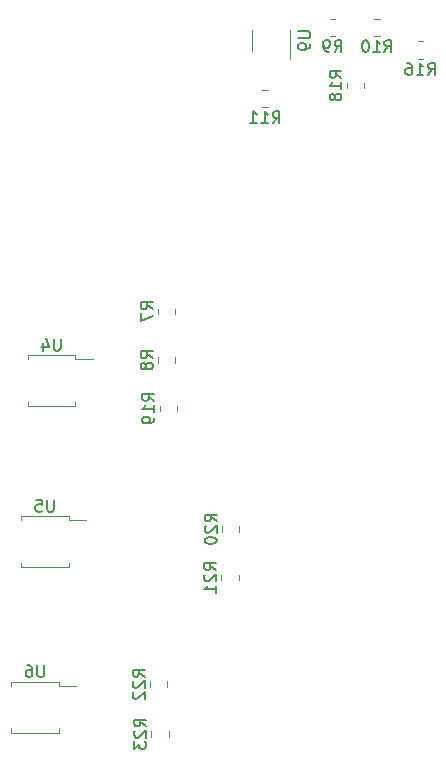
<source format=gbr>
%TF.GenerationSoftware,KiCad,Pcbnew,(6.0.2)*%
%TF.CreationDate,2022-03-20T03:32:58-07:00*%
%TF.ProjectId,ChargerPOC,43686172-6765-4725-904f-432e6b696361,rev?*%
%TF.SameCoordinates,Original*%
%TF.FileFunction,Legend,Bot*%
%TF.FilePolarity,Positive*%
%FSLAX46Y46*%
G04 Gerber Fmt 4.6, Leading zero omitted, Abs format (unit mm)*
G04 Created by KiCad (PCBNEW (6.0.2)) date 2022-03-20 03:32:58*
%MOMM*%
%LPD*%
G01*
G04 APERTURE LIST*
%ADD10C,0.150000*%
%ADD11C,0.120000*%
G04 APERTURE END LIST*
D10*
%TO.C,U9*%
X55489180Y-67868895D02*
X56298704Y-67868895D01*
X56393942Y-67916514D01*
X56441561Y-67964133D01*
X56489180Y-68059371D01*
X56489180Y-68249847D01*
X56441561Y-68345085D01*
X56393942Y-68392704D01*
X56298704Y-68440323D01*
X55489180Y-68440323D01*
X56489180Y-68964133D02*
X56489180Y-69154609D01*
X56441561Y-69249847D01*
X56393942Y-69297466D01*
X56251085Y-69392704D01*
X56060609Y-69440323D01*
X55679657Y-69440323D01*
X55584419Y-69392704D01*
X55536800Y-69345085D01*
X55489180Y-69249847D01*
X55489180Y-69059371D01*
X55536800Y-68964133D01*
X55584419Y-68916514D01*
X55679657Y-68868895D01*
X55917752Y-68868895D01*
X56012990Y-68916514D01*
X56060609Y-68964133D01*
X56108228Y-69059371D01*
X56108228Y-69249847D01*
X56060609Y-69345085D01*
X56012990Y-69392704D01*
X55917752Y-69440323D01*
%TO.C,U4*%
X35356704Y-93886780D02*
X35356704Y-94696304D01*
X35309085Y-94791542D01*
X35261466Y-94839161D01*
X35166228Y-94886780D01*
X34975752Y-94886780D01*
X34880514Y-94839161D01*
X34832895Y-94791542D01*
X34785276Y-94696304D01*
X34785276Y-93886780D01*
X33880514Y-94220114D02*
X33880514Y-94886780D01*
X34118609Y-93839161D02*
X34356704Y-94553447D01*
X33737657Y-94553447D01*
%TO.C,R23*%
X42591980Y-126703342D02*
X42115790Y-126370009D01*
X42591980Y-126131914D02*
X41591980Y-126131914D01*
X41591980Y-126512866D01*
X41639600Y-126608104D01*
X41687219Y-126655723D01*
X41782457Y-126703342D01*
X41925314Y-126703342D01*
X42020552Y-126655723D01*
X42068171Y-126608104D01*
X42115790Y-126512866D01*
X42115790Y-126131914D01*
X41687219Y-127084295D02*
X41639600Y-127131914D01*
X41591980Y-127227152D01*
X41591980Y-127465247D01*
X41639600Y-127560485D01*
X41687219Y-127608104D01*
X41782457Y-127655723D01*
X41877695Y-127655723D01*
X42020552Y-127608104D01*
X42591980Y-127036676D01*
X42591980Y-127655723D01*
X41591980Y-127989057D02*
X41591980Y-128608104D01*
X41972933Y-128274771D01*
X41972933Y-128417628D01*
X42020552Y-128512866D01*
X42068171Y-128560485D01*
X42163409Y-128608104D01*
X42401504Y-128608104D01*
X42496742Y-128560485D01*
X42544361Y-128512866D01*
X42591980Y-128417628D01*
X42591980Y-128131914D01*
X42544361Y-128036676D01*
X42496742Y-127989057D01*
%TO.C,R22*%
X42464980Y-122486942D02*
X41988790Y-122153609D01*
X42464980Y-121915514D02*
X41464980Y-121915514D01*
X41464980Y-122296466D01*
X41512600Y-122391704D01*
X41560219Y-122439323D01*
X41655457Y-122486942D01*
X41798314Y-122486942D01*
X41893552Y-122439323D01*
X41941171Y-122391704D01*
X41988790Y-122296466D01*
X41988790Y-121915514D01*
X41560219Y-122867895D02*
X41512600Y-122915514D01*
X41464980Y-123010752D01*
X41464980Y-123248847D01*
X41512600Y-123344085D01*
X41560219Y-123391704D01*
X41655457Y-123439323D01*
X41750695Y-123439323D01*
X41893552Y-123391704D01*
X42464980Y-122820276D01*
X42464980Y-123439323D01*
X41560219Y-123820276D02*
X41512600Y-123867895D01*
X41464980Y-123963133D01*
X41464980Y-124201228D01*
X41512600Y-124296466D01*
X41560219Y-124344085D01*
X41655457Y-124391704D01*
X41750695Y-124391704D01*
X41893552Y-124344085D01*
X42464980Y-123772657D01*
X42464980Y-124391704D01*
%TO.C,R21*%
X48510180Y-113469942D02*
X48033990Y-113136609D01*
X48510180Y-112898514D02*
X47510180Y-112898514D01*
X47510180Y-113279466D01*
X47557800Y-113374704D01*
X47605419Y-113422323D01*
X47700657Y-113469942D01*
X47843514Y-113469942D01*
X47938752Y-113422323D01*
X47986371Y-113374704D01*
X48033990Y-113279466D01*
X48033990Y-112898514D01*
X47605419Y-113850895D02*
X47557800Y-113898514D01*
X47510180Y-113993752D01*
X47510180Y-114231847D01*
X47557800Y-114327085D01*
X47605419Y-114374704D01*
X47700657Y-114422323D01*
X47795895Y-114422323D01*
X47938752Y-114374704D01*
X48510180Y-113803276D01*
X48510180Y-114422323D01*
X48510180Y-115374704D02*
X48510180Y-114803276D01*
X48510180Y-115088990D02*
X47510180Y-115088990D01*
X47653038Y-114993752D01*
X47748276Y-114898514D01*
X47795895Y-114803276D01*
%TO.C,R20*%
X48560980Y-109348542D02*
X48084790Y-109015209D01*
X48560980Y-108777114D02*
X47560980Y-108777114D01*
X47560980Y-109158066D01*
X47608600Y-109253304D01*
X47656219Y-109300923D01*
X47751457Y-109348542D01*
X47894314Y-109348542D01*
X47989552Y-109300923D01*
X48037171Y-109253304D01*
X48084790Y-109158066D01*
X48084790Y-108777114D01*
X47656219Y-109729495D02*
X47608600Y-109777114D01*
X47560980Y-109872352D01*
X47560980Y-110110447D01*
X47608600Y-110205685D01*
X47656219Y-110253304D01*
X47751457Y-110300923D01*
X47846695Y-110300923D01*
X47989552Y-110253304D01*
X48560980Y-109681876D01*
X48560980Y-110300923D01*
X47560980Y-110919971D02*
X47560980Y-111015209D01*
X47608600Y-111110447D01*
X47656219Y-111158066D01*
X47751457Y-111205685D01*
X47941933Y-111253304D01*
X48180028Y-111253304D01*
X48370504Y-111205685D01*
X48465742Y-111158066D01*
X48513361Y-111110447D01*
X48560980Y-111015209D01*
X48560980Y-110919971D01*
X48513361Y-110824733D01*
X48465742Y-110777114D01*
X48370504Y-110729495D01*
X48180028Y-110681876D01*
X47941933Y-110681876D01*
X47751457Y-110729495D01*
X47656219Y-110777114D01*
X47608600Y-110824733D01*
X47560980Y-110919971D01*
%TO.C,R19*%
X43277780Y-99144342D02*
X42801590Y-98811009D01*
X43277780Y-98572914D02*
X42277780Y-98572914D01*
X42277780Y-98953866D01*
X42325400Y-99049104D01*
X42373019Y-99096723D01*
X42468257Y-99144342D01*
X42611114Y-99144342D01*
X42706352Y-99096723D01*
X42753971Y-99049104D01*
X42801590Y-98953866D01*
X42801590Y-98572914D01*
X43277780Y-100096723D02*
X43277780Y-99525295D01*
X43277780Y-99811009D02*
X42277780Y-99811009D01*
X42420638Y-99715771D01*
X42515876Y-99620533D01*
X42563495Y-99525295D01*
X43277780Y-100572914D02*
X43277780Y-100763390D01*
X43230161Y-100858628D01*
X43182542Y-100906247D01*
X43039685Y-101001485D01*
X42849209Y-101049104D01*
X42468257Y-101049104D01*
X42373019Y-101001485D01*
X42325400Y-100953866D01*
X42277780Y-100858628D01*
X42277780Y-100668152D01*
X42325400Y-100572914D01*
X42373019Y-100525295D01*
X42468257Y-100477676D01*
X42706352Y-100477676D01*
X42801590Y-100525295D01*
X42849209Y-100572914D01*
X42896828Y-100668152D01*
X42896828Y-100858628D01*
X42849209Y-100953866D01*
X42801590Y-101001485D01*
X42706352Y-101049104D01*
%TO.C,R18*%
X59127380Y-71797942D02*
X58651190Y-71464609D01*
X59127380Y-71226514D02*
X58127380Y-71226514D01*
X58127380Y-71607466D01*
X58175000Y-71702704D01*
X58222619Y-71750323D01*
X58317857Y-71797942D01*
X58460714Y-71797942D01*
X58555952Y-71750323D01*
X58603571Y-71702704D01*
X58651190Y-71607466D01*
X58651190Y-71226514D01*
X59127380Y-72750323D02*
X59127380Y-72178895D01*
X59127380Y-72464609D02*
X58127380Y-72464609D01*
X58270238Y-72369371D01*
X58365476Y-72274133D01*
X58413095Y-72178895D01*
X58555952Y-73321752D02*
X58508333Y-73226514D01*
X58460714Y-73178895D01*
X58365476Y-73131276D01*
X58317857Y-73131276D01*
X58222619Y-73178895D01*
X58175000Y-73226514D01*
X58127380Y-73321752D01*
X58127380Y-73512228D01*
X58175000Y-73607466D01*
X58222619Y-73655085D01*
X58317857Y-73702704D01*
X58365476Y-73702704D01*
X58460714Y-73655085D01*
X58508333Y-73607466D01*
X58555952Y-73512228D01*
X58555952Y-73321752D01*
X58603571Y-73226514D01*
X58651190Y-73178895D01*
X58746428Y-73131276D01*
X58936904Y-73131276D01*
X59032142Y-73178895D01*
X59079761Y-73226514D01*
X59127380Y-73321752D01*
X59127380Y-73512228D01*
X59079761Y-73607466D01*
X59032142Y-73655085D01*
X58936904Y-73702704D01*
X58746428Y-73702704D01*
X58651190Y-73655085D01*
X58603571Y-73607466D01*
X58555952Y-73512228D01*
%TO.C,R16*%
X66463657Y-71545980D02*
X66796990Y-71069790D01*
X67035085Y-71545980D02*
X67035085Y-70545980D01*
X66654133Y-70545980D01*
X66558895Y-70593600D01*
X66511276Y-70641219D01*
X66463657Y-70736457D01*
X66463657Y-70879314D01*
X66511276Y-70974552D01*
X66558895Y-71022171D01*
X66654133Y-71069790D01*
X67035085Y-71069790D01*
X65511276Y-71545980D02*
X66082704Y-71545980D01*
X65796990Y-71545980D02*
X65796990Y-70545980D01*
X65892228Y-70688838D01*
X65987466Y-70784076D01*
X66082704Y-70831695D01*
X64654133Y-70545980D02*
X64844609Y-70545980D01*
X64939847Y-70593600D01*
X64987466Y-70641219D01*
X65082704Y-70784076D01*
X65130323Y-70974552D01*
X65130323Y-71355504D01*
X65082704Y-71450742D01*
X65035085Y-71498361D01*
X64939847Y-71545980D01*
X64749371Y-71545980D01*
X64654133Y-71498361D01*
X64606514Y-71450742D01*
X64558895Y-71355504D01*
X64558895Y-71117409D01*
X64606514Y-71022171D01*
X64654133Y-70974552D01*
X64749371Y-70926933D01*
X64939847Y-70926933D01*
X65035085Y-70974552D01*
X65082704Y-71022171D01*
X65130323Y-71117409D01*
%TO.C,R11*%
X53306457Y-75635380D02*
X53639790Y-75159190D01*
X53877885Y-75635380D02*
X53877885Y-74635380D01*
X53496933Y-74635380D01*
X53401695Y-74683000D01*
X53354076Y-74730619D01*
X53306457Y-74825857D01*
X53306457Y-74968714D01*
X53354076Y-75063952D01*
X53401695Y-75111571D01*
X53496933Y-75159190D01*
X53877885Y-75159190D01*
X52354076Y-75635380D02*
X52925504Y-75635380D01*
X52639790Y-75635380D02*
X52639790Y-74635380D01*
X52735028Y-74778238D01*
X52830266Y-74873476D01*
X52925504Y-74921095D01*
X51401695Y-75635380D02*
X51973123Y-75635380D01*
X51687409Y-75635380D02*
X51687409Y-74635380D01*
X51782647Y-74778238D01*
X51877885Y-74873476D01*
X51973123Y-74921095D01*
%TO.C,R10*%
X62780657Y-69615580D02*
X63113990Y-69139390D01*
X63352085Y-69615580D02*
X63352085Y-68615580D01*
X62971133Y-68615580D01*
X62875895Y-68663200D01*
X62828276Y-68710819D01*
X62780657Y-68806057D01*
X62780657Y-68948914D01*
X62828276Y-69044152D01*
X62875895Y-69091771D01*
X62971133Y-69139390D01*
X63352085Y-69139390D01*
X61828276Y-69615580D02*
X62399704Y-69615580D01*
X62113990Y-69615580D02*
X62113990Y-68615580D01*
X62209228Y-68758438D01*
X62304466Y-68853676D01*
X62399704Y-68901295D01*
X61209228Y-68615580D02*
X61113990Y-68615580D01*
X61018752Y-68663200D01*
X60971133Y-68710819D01*
X60923514Y-68806057D01*
X60875895Y-68996533D01*
X60875895Y-69234628D01*
X60923514Y-69425104D01*
X60971133Y-69520342D01*
X61018752Y-69567961D01*
X61113990Y-69615580D01*
X61209228Y-69615580D01*
X61304466Y-69567961D01*
X61352085Y-69520342D01*
X61399704Y-69425104D01*
X61447323Y-69234628D01*
X61447323Y-68996533D01*
X61399704Y-68806057D01*
X61352085Y-68710819D01*
X61304466Y-68663200D01*
X61209228Y-68615580D01*
%TO.C,R9*%
X58551866Y-69615580D02*
X58885200Y-69139390D01*
X59123295Y-69615580D02*
X59123295Y-68615580D01*
X58742342Y-68615580D01*
X58647104Y-68663200D01*
X58599485Y-68710819D01*
X58551866Y-68806057D01*
X58551866Y-68948914D01*
X58599485Y-69044152D01*
X58647104Y-69091771D01*
X58742342Y-69139390D01*
X59123295Y-69139390D01*
X58075676Y-69615580D02*
X57885200Y-69615580D01*
X57789961Y-69567961D01*
X57742342Y-69520342D01*
X57647104Y-69377485D01*
X57599485Y-69187009D01*
X57599485Y-68806057D01*
X57647104Y-68710819D01*
X57694723Y-68663200D01*
X57789961Y-68615580D01*
X57980438Y-68615580D01*
X58075676Y-68663200D01*
X58123295Y-68710819D01*
X58170914Y-68806057D01*
X58170914Y-69044152D01*
X58123295Y-69139390D01*
X58075676Y-69187009D01*
X57980438Y-69234628D01*
X57789961Y-69234628D01*
X57694723Y-69187009D01*
X57647104Y-69139390D01*
X57599485Y-69044152D01*
%TO.C,R8*%
X43150780Y-95531133D02*
X42674590Y-95197800D01*
X43150780Y-94959704D02*
X42150780Y-94959704D01*
X42150780Y-95340657D01*
X42198400Y-95435895D01*
X42246019Y-95483514D01*
X42341257Y-95531133D01*
X42484114Y-95531133D01*
X42579352Y-95483514D01*
X42626971Y-95435895D01*
X42674590Y-95340657D01*
X42674590Y-94959704D01*
X42579352Y-96102561D02*
X42531733Y-96007323D01*
X42484114Y-95959704D01*
X42388876Y-95912085D01*
X42341257Y-95912085D01*
X42246019Y-95959704D01*
X42198400Y-96007323D01*
X42150780Y-96102561D01*
X42150780Y-96293038D01*
X42198400Y-96388276D01*
X42246019Y-96435895D01*
X42341257Y-96483514D01*
X42388876Y-96483514D01*
X42484114Y-96435895D01*
X42531733Y-96388276D01*
X42579352Y-96293038D01*
X42579352Y-96102561D01*
X42626971Y-96007323D01*
X42674590Y-95959704D01*
X42769828Y-95912085D01*
X42960304Y-95912085D01*
X43055542Y-95959704D01*
X43103161Y-96007323D01*
X43150780Y-96102561D01*
X43150780Y-96293038D01*
X43103161Y-96388276D01*
X43055542Y-96435895D01*
X42960304Y-96483514D01*
X42769828Y-96483514D01*
X42674590Y-96435895D01*
X42626971Y-96388276D01*
X42579352Y-96293038D01*
%TO.C,R7*%
X43150780Y-91390933D02*
X42674590Y-91057600D01*
X43150780Y-90819504D02*
X42150780Y-90819504D01*
X42150780Y-91200457D01*
X42198400Y-91295695D01*
X42246019Y-91343314D01*
X42341257Y-91390933D01*
X42484114Y-91390933D01*
X42579352Y-91343314D01*
X42626971Y-91295695D01*
X42674590Y-91200457D01*
X42674590Y-90819504D01*
X42150780Y-91724266D02*
X42150780Y-92390933D01*
X43150780Y-91962361D01*
%TO.C,U6*%
X33959704Y-121521980D02*
X33959704Y-122331504D01*
X33912085Y-122426742D01*
X33864466Y-122474361D01*
X33769228Y-122521980D01*
X33578752Y-122521980D01*
X33483514Y-122474361D01*
X33435895Y-122426742D01*
X33388276Y-122331504D01*
X33388276Y-121521980D01*
X32483514Y-121521980D02*
X32673990Y-121521980D01*
X32769228Y-121569600D01*
X32816847Y-121617219D01*
X32912085Y-121760076D01*
X32959704Y-121950552D01*
X32959704Y-122331504D01*
X32912085Y-122426742D01*
X32864466Y-122474361D01*
X32769228Y-122521980D01*
X32578752Y-122521980D01*
X32483514Y-122474361D01*
X32435895Y-122426742D01*
X32388276Y-122331504D01*
X32388276Y-122093409D01*
X32435895Y-121998171D01*
X32483514Y-121950552D01*
X32578752Y-121902933D01*
X32769228Y-121902933D01*
X32864466Y-121950552D01*
X32912085Y-121998171D01*
X32959704Y-122093409D01*
%TO.C,U5*%
X34797904Y-107526580D02*
X34797904Y-108336104D01*
X34750285Y-108431342D01*
X34702666Y-108478961D01*
X34607428Y-108526580D01*
X34416952Y-108526580D01*
X34321714Y-108478961D01*
X34274095Y-108431342D01*
X34226476Y-108336104D01*
X34226476Y-107526580D01*
X33274095Y-107526580D02*
X33750285Y-107526580D01*
X33797904Y-108002771D01*
X33750285Y-107955152D01*
X33655047Y-107907533D01*
X33416952Y-107907533D01*
X33321714Y-107955152D01*
X33274095Y-108002771D01*
X33226476Y-108098009D01*
X33226476Y-108336104D01*
X33274095Y-108431342D01*
X33321714Y-108478961D01*
X33416952Y-108526580D01*
X33655047Y-108526580D01*
X33750285Y-108478961D01*
X33797904Y-108431342D01*
D11*
%TO.C,U9*%
X54746800Y-67730800D02*
X54746800Y-70180800D01*
X51526800Y-69530800D02*
X51526800Y-67730800D01*
%TO.C,U4*%
X34594800Y-99594400D02*
X36604800Y-99594400D01*
X34594800Y-95274400D02*
X36604800Y-95274400D01*
X32584800Y-95274400D02*
X32584800Y-95629400D01*
X36604800Y-95274400D02*
X36604800Y-95629400D01*
X34594800Y-95274400D02*
X32584800Y-95274400D01*
X32584800Y-99594400D02*
X32584800Y-99239400D01*
X36604800Y-99594400D02*
X36604800Y-99239400D01*
X36604800Y-95629400D02*
X38069800Y-95629400D01*
X34594800Y-99594400D02*
X32584800Y-99594400D01*
%TO.C,R23*%
X43054600Y-127119136D02*
X43054600Y-127573264D01*
X44524600Y-127119136D02*
X44524600Y-127573264D01*
%TO.C,R22*%
X42927600Y-122902736D02*
X42927600Y-123356864D01*
X44397600Y-122902736D02*
X44397600Y-123356864D01*
%TO.C,R21*%
X48972800Y-113885736D02*
X48972800Y-114339864D01*
X50442800Y-113885736D02*
X50442800Y-114339864D01*
%TO.C,R20*%
X49023600Y-109764336D02*
X49023600Y-110218464D01*
X50493600Y-109764336D02*
X50493600Y-110218464D01*
%TO.C,R19*%
X43740400Y-99560136D02*
X43740400Y-100014264D01*
X45210400Y-99560136D02*
X45210400Y-100014264D01*
%TO.C,R18*%
X59590000Y-72213736D02*
X59590000Y-72667864D01*
X61060000Y-72213736D02*
X61060000Y-72667864D01*
%TO.C,R16*%
X65593736Y-70178600D02*
X66047864Y-70178600D01*
X65593736Y-68708600D02*
X66047864Y-68708600D01*
%TO.C,R11*%
X52436536Y-74268000D02*
X52890664Y-74268000D01*
X52436536Y-72798000D02*
X52890664Y-72798000D01*
%TO.C,R10*%
X61910736Y-68248200D02*
X62364864Y-68248200D01*
X61910736Y-66778200D02*
X62364864Y-66778200D01*
%TO.C,R9*%
X58158136Y-68248200D02*
X58612264Y-68248200D01*
X58158136Y-66778200D02*
X58612264Y-66778200D01*
%TO.C,R8*%
X43613400Y-95470736D02*
X43613400Y-95924864D01*
X45083400Y-95470736D02*
X45083400Y-95924864D01*
%TO.C,R7*%
X43613400Y-91330536D02*
X43613400Y-91784664D01*
X45083400Y-91330536D02*
X45083400Y-91784664D01*
%TO.C,U6*%
X33197800Y-127229600D02*
X31187800Y-127229600D01*
X31187800Y-127229600D02*
X31187800Y-126874600D01*
X33197800Y-122909600D02*
X35207800Y-122909600D01*
X35207800Y-122909600D02*
X35207800Y-123264600D01*
X31187800Y-122909600D02*
X31187800Y-123264600D01*
X33197800Y-122909600D02*
X31187800Y-122909600D01*
X35207800Y-127229600D02*
X35207800Y-126874600D01*
X33197800Y-127229600D02*
X35207800Y-127229600D01*
X35207800Y-123264600D02*
X36672800Y-123264600D01*
%TO.C,U5*%
X36046000Y-108914200D02*
X36046000Y-109269200D01*
X34036000Y-113234200D02*
X36046000Y-113234200D01*
X36046000Y-113234200D02*
X36046000Y-112879200D01*
X32026000Y-113234200D02*
X32026000Y-112879200D01*
X36046000Y-109269200D02*
X37511000Y-109269200D01*
X34036000Y-108914200D02*
X32026000Y-108914200D01*
X34036000Y-108914200D02*
X36046000Y-108914200D01*
X34036000Y-113234200D02*
X32026000Y-113234200D01*
X32026000Y-108914200D02*
X32026000Y-109269200D01*
%TD*%
M02*

</source>
